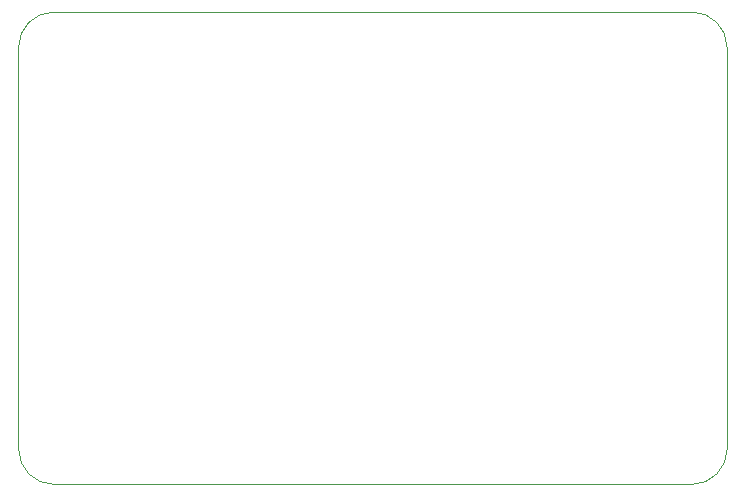
<source format=gbr>
%TF.GenerationSoftware,KiCad,Pcbnew,5.1.9+dfsg1-1~bpo10+1*%
%TF.CreationDate,2021-02-26T10:21:24+00:00*%
%TF.ProjectId,glider,676c6964-6572-42e6-9b69-6361645f7063,rev?*%
%TF.SameCoordinates,Original*%
%TF.FileFunction,Profile,NP*%
%FSLAX46Y46*%
G04 Gerber Fmt 4.6, Leading zero omitted, Abs format (unit mm)*
G04 Created by KiCad (PCBNEW 5.1.9+dfsg1-1~bpo10+1) date 2021-02-26 10:21:24*
%MOMM*%
%LPD*%
G01*
G04 APERTURE LIST*
%TA.AperFunction,Profile*%
%ADD10C,0.125000*%
%TD*%
G04 APERTURE END LIST*
D10*
X87700000Y-116750000D02*
G75*
G02*
X90700000Y-119750000I0J-3000000D01*
G01*
X90700000Y-153750000D02*
G75*
G02*
X87700000Y-156750000I-3000000J0D01*
G01*
X90700000Y-119750000D02*
X90700000Y-153750000D01*
X33700000Y-156750000D02*
G75*
G02*
X30700000Y-153750000I0J3000000D01*
G01*
X30700000Y-119750000D02*
G75*
G02*
X33700000Y-116750000I3000000J0D01*
G01*
X33700000Y-116750000D02*
X87700000Y-116750000D01*
X30700000Y-153750000D02*
X30700000Y-119750000D01*
X87700000Y-156750000D02*
X33700000Y-156750000D01*
M02*

</source>
